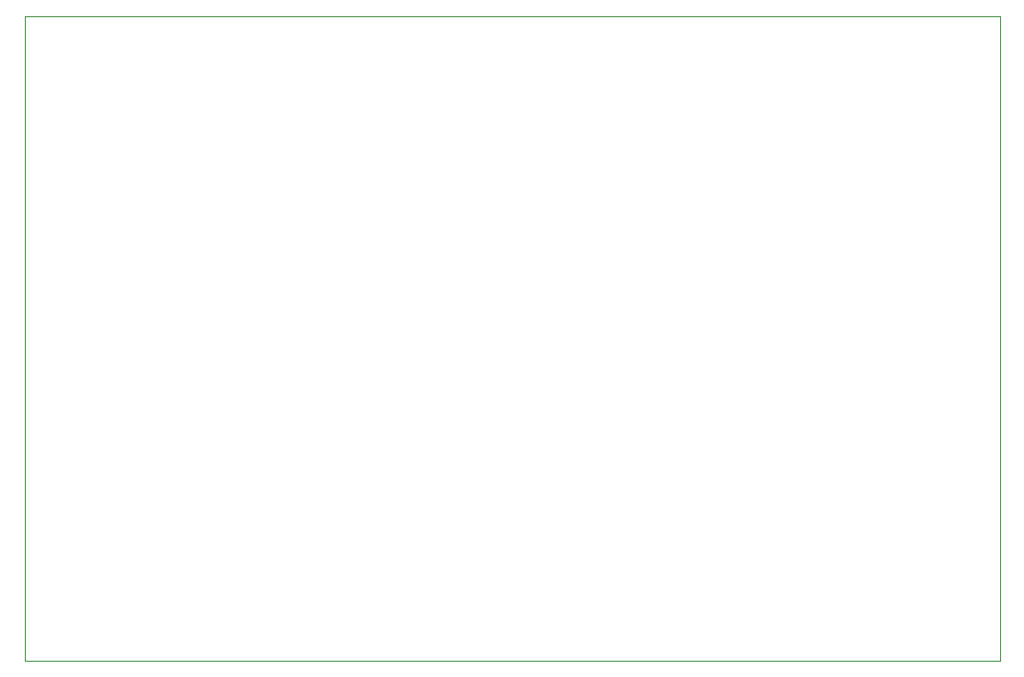
<source format=gbr>
%TF.GenerationSoftware,KiCad,Pcbnew,(5.1.6)-1*%
%TF.CreationDate,2020-07-22T17:22:53+02:00*%
%TF.ProjectId,serialadapter,73657269-616c-4616-9461-707465722e6b,rev?*%
%TF.SameCoordinates,Original*%
%TF.FileFunction,Profile,NP*%
%FSLAX46Y46*%
G04 Gerber Fmt 4.6, Leading zero omitted, Abs format (unit mm)*
G04 Created by KiCad (PCBNEW (5.1.6)-1) date 2020-07-22 17:22:53*
%MOMM*%
%LPD*%
G01*
G04 APERTURE LIST*
%TA.AperFunction,Profile*%
%ADD10C,0.050000*%
%TD*%
G04 APERTURE END LIST*
D10*
X130810000Y-100330000D02*
X130810000Y-43180000D01*
X217170000Y-100330000D02*
X130810000Y-100330000D01*
X217170000Y-43180000D02*
X217170000Y-100330000D01*
X130810000Y-43180000D02*
X217170000Y-43180000D01*
M02*

</source>
